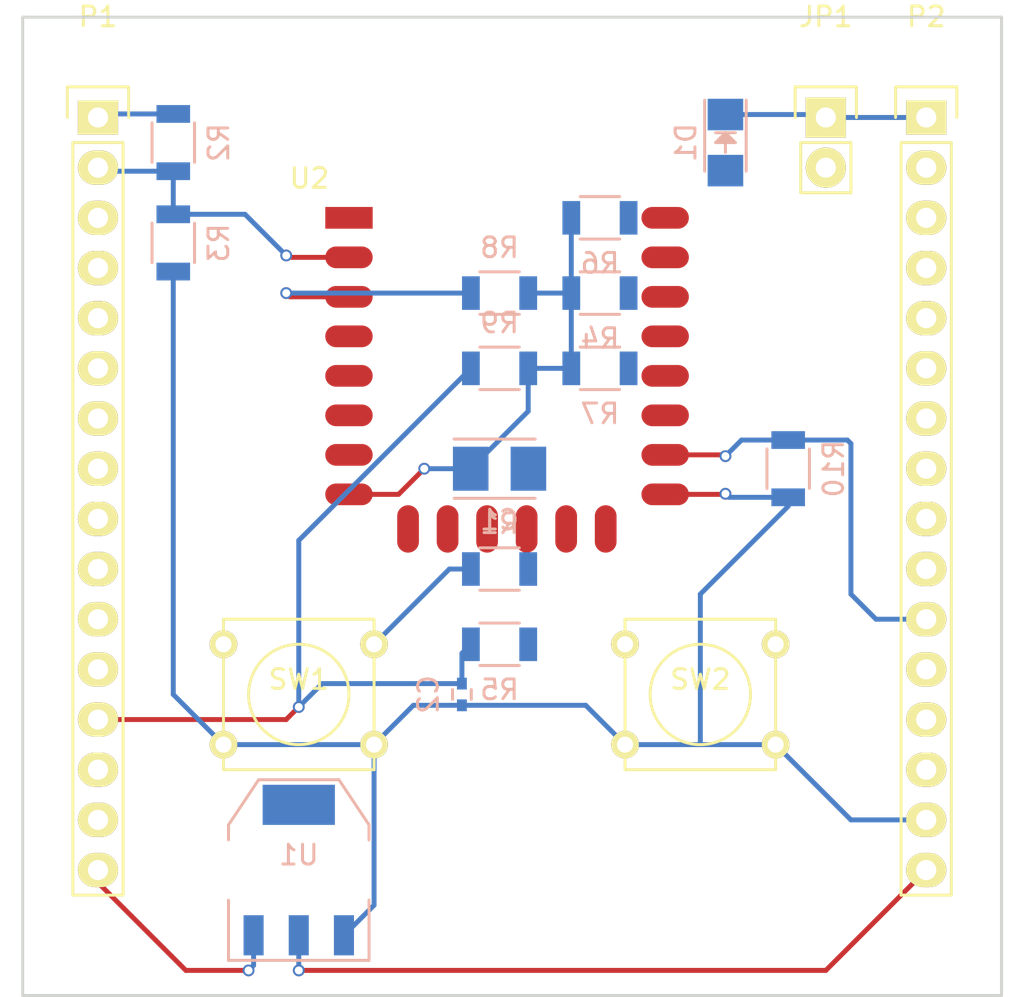
<source format=kicad_pcb>
(kicad_pcb (version 4) (host pcbnew 4.0.1-stable)

  (general
    (links 58)
    (no_connects 28)
    (area 121.891667 68.705 174.018334 119.455001)
    (thickness 1.6)
    (drawings 4)
    (tracks 80)
    (zones 0)
    (modules 20)
    (nets 36)
  )

  (page A4)
  (layers
    (0 F.Cu signal)
    (31 B.Cu signal)
    (32 B.Adhes user)
    (33 F.Adhes user)
    (34 B.Paste user)
    (35 F.Paste user)
    (36 B.SilkS user)
    (37 F.SilkS user)
    (38 B.Mask user)
    (39 F.Mask user)
    (40 Dwgs.User user)
    (41 Cmts.User user)
    (42 Eco1.User user)
    (43 Eco2.User user)
    (44 Edge.Cuts user)
    (45 Margin user)
    (46 B.CrtYd user)
    (47 F.CrtYd user)
    (48 B.Fab user)
    (49 F.Fab user)
  )

  (setup
    (last_trace_width 0.25)
    (trace_clearance 0.2)
    (zone_clearance 0.508)
    (zone_45_only no)
    (trace_min 0.2)
    (segment_width 0.2)
    (edge_width 0.15)
    (via_size 0.6)
    (via_drill 0.4)
    (via_min_size 0.4)
    (via_min_drill 0.3)
    (uvia_size 0.3)
    (uvia_drill 0.1)
    (uvias_allowed no)
    (uvia_min_size 0.2)
    (uvia_min_drill 0.1)
    (pcb_text_width 0.3)
    (pcb_text_size 1.5 1.5)
    (mod_edge_width 0.15)
    (mod_text_size 1 1)
    (mod_text_width 0.15)
    (pad_size 1.524 1.524)
    (pad_drill 0.762)
    (pad_to_mask_clearance 0.2)
    (aux_axis_origin 123.19 119.38)
    (visible_elements FFFFFF7F)
    (pcbplotparams
      (layerselection 0x00030_80000001)
      (usegerberextensions false)
      (excludeedgelayer true)
      (linewidth 0.100000)
      (plotframeref false)
      (viasonmask false)
      (mode 1)
      (useauxorigin false)
      (hpglpennumber 1)
      (hpglpenspeed 20)
      (hpglpendiameter 15)
      (hpglpenoverlay 2)
      (psnegative false)
      (psa4output false)
      (plotreference true)
      (plotvalue true)
      (plotinvisibletext false)
      (padsonsilk false)
      (subtractmaskfromsilk false)
      (outputformat 1)
      (mirror false)
      (drillshape 1)
      (scaleselection 1)
      (outputdirectory ""))
  )

  (net 0 "")
  (net 1 GND)
  (net 2 VCC)
  (net 3 /nRST)
  (net 4 "Net-(D1-Pad2)")
  (net 5 /GPIO16)
  (net 6 "Net-(JP1-Pad2)")
  (net 7 /ADC_EX)
  (net 8 /ADC)
  (net 9 "Net-(P1-Pad3)")
  (net 10 /GPIO10)
  (net 11 /GPIO9)
  (net 12 /SPI_INT)
  (net 13 /SPI_MOSI)
  (net 14 /SPI_MISO)
  (net 15 /SPI_CLK)
  (net 16 "Net-(P1-Pad10)")
  (net 17 "Net-(P1-Pad11)")
  (net 18 /EN)
  (net 19 "Net-(P1-Pad14)")
  (net 20 "Net-(P1-Pad15)")
  (net 21 5V)
  (net 22 /GPIO5)
  (net 23 /GPIO4)
  (net 24 /GPIO0)
  (net 25 /GPIO2)
  (net 26 "Net-(P2-Pad6)")
  (net 27 "Net-(P2-Pad7)")
  (net 28 /GPIO14)
  (net 29 /GPIO12)
  (net 30 /GPIO13)
  (net 31 /GPIO15)
  (net 32 /RXD0)
  (net 33 /TXD0)
  (net 34 "Net-(P2-Pad14)")
  (net 35 "Net-(R1-Pad2)")

  (net_class Default "This is the default net class."
    (clearance 0.2)
    (trace_width 0.25)
    (via_dia 0.6)
    (via_drill 0.4)
    (uvia_dia 0.3)
    (uvia_drill 0.1)
    (add_net /ADC)
    (add_net /ADC_EX)
    (add_net /EN)
    (add_net /GPIO0)
    (add_net /GPIO10)
    (add_net /GPIO12)
    (add_net /GPIO13)
    (add_net /GPIO14)
    (add_net /GPIO15)
    (add_net /GPIO16)
    (add_net /GPIO2)
    (add_net /GPIO4)
    (add_net /GPIO5)
    (add_net /GPIO9)
    (add_net /RXD0)
    (add_net /SPI_CLK)
    (add_net /SPI_INT)
    (add_net /SPI_MISO)
    (add_net /SPI_MOSI)
    (add_net /TXD0)
    (add_net /nRST)
    (add_net 5V)
    (add_net GND)
    (add_net "Net-(D1-Pad2)")
    (add_net "Net-(JP1-Pad2)")
    (add_net "Net-(P1-Pad10)")
    (add_net "Net-(P1-Pad11)")
    (add_net "Net-(P1-Pad14)")
    (add_net "Net-(P1-Pad15)")
    (add_net "Net-(P1-Pad3)")
    (add_net "Net-(P2-Pad14)")
    (add_net "Net-(P2-Pad6)")
    (add_net "Net-(P2-Pad7)")
    (add_net "Net-(R1-Pad2)")
    (add_net VCC)
  )

  (module Resistors_SMD:R_1206 (layer B.Cu) (tedit 5415CFA7) (tstamp 567418DC)
    (at 130.81 81.28 90)
    (descr "Resistor SMD 1206, reflow soldering, Vishay (see dcrcw.pdf)")
    (tags "resistor 1206")
    (path /56737328)
    (attr smd)
    (fp_text reference R3 (at 0 2.3 90) (layer B.SilkS)
      (effects (font (size 1 1) (thickness 0.15)) (justify mirror))
    )
    (fp_text value 100k (at 0 -2.3 90) (layer B.Fab)
      (effects (font (size 1 1) (thickness 0.15)) (justify mirror))
    )
    (fp_line (start -2.2 1.2) (end 2.2 1.2) (layer B.CrtYd) (width 0.05))
    (fp_line (start -2.2 -1.2) (end 2.2 -1.2) (layer B.CrtYd) (width 0.05))
    (fp_line (start -2.2 1.2) (end -2.2 -1.2) (layer B.CrtYd) (width 0.05))
    (fp_line (start 2.2 1.2) (end 2.2 -1.2) (layer B.CrtYd) (width 0.05))
    (fp_line (start 1 -1.075) (end -1 -1.075) (layer B.SilkS) (width 0.15))
    (fp_line (start -1 1.075) (end 1 1.075) (layer B.SilkS) (width 0.15))
    (pad 1 smd rect (at -1.45 0 90) (size 0.9 1.7) (layers B.Cu B.Paste B.Mask)
      (net 1 GND))
    (pad 2 smd rect (at 1.45 0 90) (size 0.9 1.7) (layers B.Cu B.Paste B.Mask)
      (net 8 /ADC))
    (model Resistors_SMD.3dshapes/R_1206.wrl
      (at (xyz 0 0 0))
      (scale (xyz 1 1 1))
      (rotate (xyz 0 0 0))
    )
  )

  (module Capacitors_Tantalum_SMD:TantalC_SizeB_EIA-3528_Reflow (layer B.Cu) (tedit 555EF748) (tstamp 56741890)
    (at 147.32 92.71)
    (descr "Tantal Cap. , Size B, EIA-3528, Reflow")
    (tags "Tantal Capacitor Size-B EIA-3528 Reflow")
    (path /56733C4F)
    (attr smd)
    (fp_text reference C1 (at 0 2.6) (layer B.SilkS)
      (effects (font (size 1 1) (thickness 0.15)) (justify mirror))
    )
    (fp_text value 100uF (at 0 -2.7) (layer B.Fab)
      (effects (font (size 1 1) (thickness 0.15)) (justify mirror))
    )
    (fp_line (start 2.7 1.8) (end -2.7 1.8) (layer B.CrtYd) (width 0.05))
    (fp_line (start -2.7 1.8) (end -2.7 -1.8) (layer B.CrtYd) (width 0.05))
    (fp_line (start -2.7 -1.8) (end 2.7 -1.8) (layer B.CrtYd) (width 0.05))
    (fp_line (start 2.7 -1.8) (end 2.7 1.8) (layer B.CrtYd) (width 0.05))
    (fp_line (start 1.8 -1.5) (end -2.3 -1.5) (layer B.SilkS) (width 0.15))
    (fp_line (start 1.8 1.5) (end -2.3 1.5) (layer B.SilkS) (width 0.15))
    (pad 2 smd rect (at 1.46 0) (size 1.8 2.23) (layers B.Cu B.Paste B.Mask)
      (net 1 GND))
    (pad 1 smd rect (at -1.46 0) (size 1.8 2.23) (layers B.Cu B.Paste B.Mask)
      (net 2 VCC))
    (model Capacitors_Tantalum_SMD.3dshapes/TantalC_SizeB_EIA-3528_Reflow.wrl
      (at (xyz 0 0 0))
      (scale (xyz 1 1 1))
      (rotate (xyz 0 0 180))
    )
  )

  (module Capacitors_SMD:C_0402 (layer B.Cu) (tedit 5415D599) (tstamp 56741896)
    (at 145.415 104.14 270)
    (descr "Capacitor SMD 0402, reflow soldering, AVX (see smccp.pdf)")
    (tags "capacitor 0402")
    (path /56749128)
    (attr smd)
    (fp_text reference C2 (at 0 1.7 270) (layer B.SilkS)
      (effects (font (size 1 1) (thickness 0.15)) (justify mirror))
    )
    (fp_text value 100nF (at 0 -1.7 270) (layer B.Fab)
      (effects (font (size 1 1) (thickness 0.15)) (justify mirror))
    )
    (fp_line (start -1.15 0.6) (end 1.15 0.6) (layer B.CrtYd) (width 0.05))
    (fp_line (start -1.15 -0.6) (end 1.15 -0.6) (layer B.CrtYd) (width 0.05))
    (fp_line (start -1.15 0.6) (end -1.15 -0.6) (layer B.CrtYd) (width 0.05))
    (fp_line (start 1.15 0.6) (end 1.15 -0.6) (layer B.CrtYd) (width 0.05))
    (fp_line (start 0.25 0.475) (end -0.25 0.475) (layer B.SilkS) (width 0.15))
    (fp_line (start -0.25 -0.475) (end 0.25 -0.475) (layer B.SilkS) (width 0.15))
    (pad 1 smd rect (at -0.55 0 270) (size 0.6 0.5) (layers B.Cu B.Paste B.Mask)
      (net 3 /nRST))
    (pad 2 smd rect (at 0.55 0 270) (size 0.6 0.5) (layers B.Cu B.Paste B.Mask)
      (net 1 GND))
    (model Capacitors_SMD.3dshapes/C_0402.wrl
      (at (xyz 0 0 0))
      (scale (xyz 1 1 1))
      (rotate (xyz 0 0 0))
    )
  )

  (module LEDs:LED-1206 (layer B.Cu) (tedit 55BDE2E8) (tstamp 5674189C)
    (at 158.75 76.2 270)
    (descr "LED 1206 smd package")
    (tags "LED1206 SMD")
    (path /56735942)
    (attr smd)
    (fp_text reference D1 (at 0 2 270) (layer B.SilkS)
      (effects (font (size 1 1) (thickness 0.15)) (justify mirror))
    )
    (fp_text value LED (at 0 -2 270) (layer B.Fab)
      (effects (font (size 1 1) (thickness 0.15)) (justify mirror))
    )
    (fp_line (start -2.15 -1.05) (end 1.45 -1.05) (layer B.SilkS) (width 0.15))
    (fp_line (start -2.15 1.05) (end 1.45 1.05) (layer B.SilkS) (width 0.15))
    (fp_line (start -0.1 0.3) (end -0.1 -0.3) (layer B.SilkS) (width 0.15))
    (fp_line (start -0.1 -0.3) (end -0.4 0) (layer B.SilkS) (width 0.15))
    (fp_line (start -0.4 0) (end -0.2 0.2) (layer B.SilkS) (width 0.15))
    (fp_line (start -0.2 0.2) (end -0.2 -0.05) (layer B.SilkS) (width 0.15))
    (fp_line (start -0.2 -0.05) (end -0.25 0) (layer B.SilkS) (width 0.15))
    (fp_line (start -0.5 0.5) (end -0.5 -0.5) (layer B.SilkS) (width 0.15))
    (fp_line (start 0 0) (end 0.5 0) (layer B.SilkS) (width 0.15))
    (fp_line (start -0.5 0) (end 0 0.5) (layer B.SilkS) (width 0.15))
    (fp_line (start 0 0.5) (end 0 -0.5) (layer B.SilkS) (width 0.15))
    (fp_line (start 0 -0.5) (end -0.5 0) (layer B.SilkS) (width 0.15))
    (fp_line (start 2.5 1.25) (end -2.5 1.25) (layer B.CrtYd) (width 0.05))
    (fp_line (start -2.5 1.25) (end -2.5 -1.25) (layer B.CrtYd) (width 0.05))
    (fp_line (start -2.5 -1.25) (end 2.5 -1.25) (layer B.CrtYd) (width 0.05))
    (fp_line (start 2.5 -1.25) (end 2.5 1.25) (layer B.CrtYd) (width 0.05))
    (pad 2 smd rect (at 1.41986 0 90) (size 1.59766 1.80086) (layers B.Cu B.Paste B.Mask)
      (net 4 "Net-(D1-Pad2)"))
    (pad 1 smd rect (at -1.41986 0 90) (size 1.59766 1.80086) (layers B.Cu B.Paste B.Mask)
      (net 5 /GPIO16))
  )

  (module Pin_Headers:Pin_Header_Straight_1x02 (layer F.Cu) (tedit 54EA090C) (tstamp 567418A2)
    (at 163.83 74.93)
    (descr "Through hole pin header")
    (tags "pin header")
    (path /56735C6C)
    (fp_text reference JP1 (at 0 -5.1) (layer F.SilkS)
      (effects (font (size 1 1) (thickness 0.15)))
    )
    (fp_text value Jumper_NO_Small (at 0 -3.1) (layer F.Fab)
      (effects (font (size 1 1) (thickness 0.15)))
    )
    (fp_line (start 1.27 1.27) (end 1.27 3.81) (layer F.SilkS) (width 0.15))
    (fp_line (start 1.55 -1.55) (end 1.55 0) (layer F.SilkS) (width 0.15))
    (fp_line (start -1.75 -1.75) (end -1.75 4.3) (layer F.CrtYd) (width 0.05))
    (fp_line (start 1.75 -1.75) (end 1.75 4.3) (layer F.CrtYd) (width 0.05))
    (fp_line (start -1.75 -1.75) (end 1.75 -1.75) (layer F.CrtYd) (width 0.05))
    (fp_line (start -1.75 4.3) (end 1.75 4.3) (layer F.CrtYd) (width 0.05))
    (fp_line (start 1.27 1.27) (end -1.27 1.27) (layer F.SilkS) (width 0.15))
    (fp_line (start -1.55 0) (end -1.55 -1.55) (layer F.SilkS) (width 0.15))
    (fp_line (start -1.55 -1.55) (end 1.55 -1.55) (layer F.SilkS) (width 0.15))
    (fp_line (start -1.27 1.27) (end -1.27 3.81) (layer F.SilkS) (width 0.15))
    (fp_line (start -1.27 3.81) (end 1.27 3.81) (layer F.SilkS) (width 0.15))
    (pad 1 thru_hole rect (at 0 0) (size 2.032 2.032) (drill 1.016) (layers *.Cu *.Mask F.SilkS)
      (net 5 /GPIO16))
    (pad 2 thru_hole oval (at 0 2.54) (size 2.032 2.032) (drill 1.016) (layers *.Cu *.Mask F.SilkS)
      (net 6 "Net-(JP1-Pad2)"))
    (model Pin_Headers.3dshapes/Pin_Header_Straight_1x02.wrl
      (at (xyz 0 -0.05 0))
      (scale (xyz 1 1 1))
      (rotate (xyz 0 0 90))
    )
  )

  (module Pin_Headers:Pin_Header_Straight_1x16 (layer F.Cu) (tedit 0) (tstamp 567418B6)
    (at 127 74.93)
    (descr "Through hole pin header")
    (tags "pin header")
    (path /5673FA29)
    (fp_text reference P1 (at 0 -5.1) (layer F.SilkS)
      (effects (font (size 1 1) (thickness 0.15)))
    )
    (fp_text value CONN_01X16 (at 0 -3.1) (layer F.Fab)
      (effects (font (size 1 1) (thickness 0.15)))
    )
    (fp_line (start -1.75 -1.75) (end -1.75 39.85) (layer F.CrtYd) (width 0.05))
    (fp_line (start 1.75 -1.75) (end 1.75 39.85) (layer F.CrtYd) (width 0.05))
    (fp_line (start -1.75 -1.75) (end 1.75 -1.75) (layer F.CrtYd) (width 0.05))
    (fp_line (start -1.75 39.85) (end 1.75 39.85) (layer F.CrtYd) (width 0.05))
    (fp_line (start -1.27 1.27) (end -1.27 39.37) (layer F.SilkS) (width 0.15))
    (fp_line (start -1.27 39.37) (end 1.27 39.37) (layer F.SilkS) (width 0.15))
    (fp_line (start 1.27 39.37) (end 1.27 1.27) (layer F.SilkS) (width 0.15))
    (fp_line (start 1.55 -1.55) (end 1.55 0) (layer F.SilkS) (width 0.15))
    (fp_line (start 1.27 1.27) (end -1.27 1.27) (layer F.SilkS) (width 0.15))
    (fp_line (start -1.55 0) (end -1.55 -1.55) (layer F.SilkS) (width 0.15))
    (fp_line (start -1.55 -1.55) (end 1.55 -1.55) (layer F.SilkS) (width 0.15))
    (pad 1 thru_hole rect (at 0 0) (size 2.032 1.7272) (drill 1.016) (layers *.Cu *.Mask F.SilkS)
      (net 7 /ADC_EX))
    (pad 2 thru_hole oval (at 0 2.54) (size 2.032 1.7272) (drill 1.016) (layers *.Cu *.Mask F.SilkS)
      (net 8 /ADC))
    (pad 3 thru_hole oval (at 0 5.08) (size 2.032 1.7272) (drill 1.016) (layers *.Cu *.Mask F.SilkS)
      (net 9 "Net-(P1-Pad3)"))
    (pad 4 thru_hole oval (at 0 7.62) (size 2.032 1.7272) (drill 1.016) (layers *.Cu *.Mask F.SilkS)
      (net 10 /GPIO10))
    (pad 5 thru_hole oval (at 0 10.16) (size 2.032 1.7272) (drill 1.016) (layers *.Cu *.Mask F.SilkS)
      (net 11 /GPIO9))
    (pad 6 thru_hole oval (at 0 12.7) (size 2.032 1.7272) (drill 1.016) (layers *.Cu *.Mask F.SilkS)
      (net 12 /SPI_INT))
    (pad 7 thru_hole oval (at 0 15.24) (size 2.032 1.7272) (drill 1.016) (layers *.Cu *.Mask F.SilkS)
      (net 13 /SPI_MOSI))
    (pad 8 thru_hole oval (at 0 17.78) (size 2.032 1.7272) (drill 1.016) (layers *.Cu *.Mask F.SilkS)
      (net 14 /SPI_MISO))
    (pad 9 thru_hole oval (at 0 20.32) (size 2.032 1.7272) (drill 1.016) (layers *.Cu *.Mask F.SilkS)
      (net 15 /SPI_CLK))
    (pad 10 thru_hole oval (at 0 22.86) (size 2.032 1.7272) (drill 1.016) (layers *.Cu *.Mask F.SilkS)
      (net 16 "Net-(P1-Pad10)"))
    (pad 11 thru_hole oval (at 0 25.4) (size 2.032 1.7272) (drill 1.016) (layers *.Cu *.Mask F.SilkS)
      (net 17 "Net-(P1-Pad11)"))
    (pad 12 thru_hole oval (at 0 27.94) (size 2.032 1.7272) (drill 1.016) (layers *.Cu *.Mask F.SilkS)
      (net 18 /EN))
    (pad 13 thru_hole oval (at 0 30.48) (size 2.032 1.7272) (drill 1.016) (layers *.Cu *.Mask F.SilkS)
      (net 3 /nRST))
    (pad 14 thru_hole oval (at 0 33.02) (size 2.032 1.7272) (drill 1.016) (layers *.Cu *.Mask F.SilkS)
      (net 19 "Net-(P1-Pad14)"))
    (pad 15 thru_hole oval (at 0 35.56) (size 2.032 1.7272) (drill 1.016) (layers *.Cu *.Mask F.SilkS)
      (net 20 "Net-(P1-Pad15)"))
    (pad 16 thru_hole oval (at 0 38.1) (size 2.032 1.7272) (drill 1.016) (layers *.Cu *.Mask F.SilkS)
      (net 21 5V))
    (model Pin_Headers.3dshapes/Pin_Header_Straight_1x16.wrl
      (at (xyz 0 -0.75 0))
      (scale (xyz 1 1 1))
      (rotate (xyz 0 0 90))
    )
  )

  (module Pin_Headers:Pin_Header_Straight_1x16 (layer F.Cu) (tedit 0) (tstamp 567418CA)
    (at 168.91 74.93)
    (descr "Through hole pin header")
    (tags "pin header")
    (path /56746EF2)
    (fp_text reference P2 (at 0 -5.1) (layer F.SilkS)
      (effects (font (size 1 1) (thickness 0.15)))
    )
    (fp_text value CONN_01X16 (at 0 -3.1) (layer F.Fab)
      (effects (font (size 1 1) (thickness 0.15)))
    )
    (fp_line (start -1.75 -1.75) (end -1.75 39.85) (layer F.CrtYd) (width 0.05))
    (fp_line (start 1.75 -1.75) (end 1.75 39.85) (layer F.CrtYd) (width 0.05))
    (fp_line (start -1.75 -1.75) (end 1.75 -1.75) (layer F.CrtYd) (width 0.05))
    (fp_line (start -1.75 39.85) (end 1.75 39.85) (layer F.CrtYd) (width 0.05))
    (fp_line (start -1.27 1.27) (end -1.27 39.37) (layer F.SilkS) (width 0.15))
    (fp_line (start -1.27 39.37) (end 1.27 39.37) (layer F.SilkS) (width 0.15))
    (fp_line (start 1.27 39.37) (end 1.27 1.27) (layer F.SilkS) (width 0.15))
    (fp_line (start 1.55 -1.55) (end 1.55 0) (layer F.SilkS) (width 0.15))
    (fp_line (start 1.27 1.27) (end -1.27 1.27) (layer F.SilkS) (width 0.15))
    (fp_line (start -1.55 0) (end -1.55 -1.55) (layer F.SilkS) (width 0.15))
    (fp_line (start -1.55 -1.55) (end 1.55 -1.55) (layer F.SilkS) (width 0.15))
    (pad 1 thru_hole rect (at 0 0) (size 2.032 1.7272) (drill 1.016) (layers *.Cu *.Mask F.SilkS)
      (net 5 /GPIO16))
    (pad 2 thru_hole oval (at 0 2.54) (size 2.032 1.7272) (drill 1.016) (layers *.Cu *.Mask F.SilkS)
      (net 22 /GPIO5))
    (pad 3 thru_hole oval (at 0 5.08) (size 2.032 1.7272) (drill 1.016) (layers *.Cu *.Mask F.SilkS)
      (net 23 /GPIO4))
    (pad 4 thru_hole oval (at 0 7.62) (size 2.032 1.7272) (drill 1.016) (layers *.Cu *.Mask F.SilkS)
      (net 24 /GPIO0))
    (pad 5 thru_hole oval (at 0 10.16) (size 2.032 1.7272) (drill 1.016) (layers *.Cu *.Mask F.SilkS)
      (net 25 /GPIO2))
    (pad 6 thru_hole oval (at 0 12.7) (size 2.032 1.7272) (drill 1.016) (layers *.Cu *.Mask F.SilkS)
      (net 26 "Net-(P2-Pad6)"))
    (pad 7 thru_hole oval (at 0 15.24) (size 2.032 1.7272) (drill 1.016) (layers *.Cu *.Mask F.SilkS)
      (net 27 "Net-(P2-Pad7)"))
    (pad 8 thru_hole oval (at 0 17.78) (size 2.032 1.7272) (drill 1.016) (layers *.Cu *.Mask F.SilkS)
      (net 28 /GPIO14))
    (pad 9 thru_hole oval (at 0 20.32) (size 2.032 1.7272) (drill 1.016) (layers *.Cu *.Mask F.SilkS)
      (net 29 /GPIO12))
    (pad 10 thru_hole oval (at 0 22.86) (size 2.032 1.7272) (drill 1.016) (layers *.Cu *.Mask F.SilkS)
      (net 30 /GPIO13))
    (pad 11 thru_hole oval (at 0 25.4) (size 2.032 1.7272) (drill 1.016) (layers *.Cu *.Mask F.SilkS)
      (net 31 /GPIO15))
    (pad 12 thru_hole oval (at 0 27.94) (size 2.032 1.7272) (drill 1.016) (layers *.Cu *.Mask F.SilkS)
      (net 32 /RXD0))
    (pad 13 thru_hole oval (at 0 30.48) (size 2.032 1.7272) (drill 1.016) (layers *.Cu *.Mask F.SilkS)
      (net 33 /TXD0))
    (pad 14 thru_hole oval (at 0 33.02) (size 2.032 1.7272) (drill 1.016) (layers *.Cu *.Mask F.SilkS)
      (net 34 "Net-(P2-Pad14)"))
    (pad 15 thru_hole oval (at 0 35.56) (size 2.032 1.7272) (drill 1.016) (layers *.Cu *.Mask F.SilkS)
      (net 1 GND))
    (pad 16 thru_hole oval (at 0 38.1) (size 2.032 1.7272) (drill 1.016) (layers *.Cu *.Mask F.SilkS)
      (net 2 VCC))
    (model Pin_Headers.3dshapes/Pin_Header_Straight_1x16.wrl
      (at (xyz 0 -0.75 0))
      (scale (xyz 1 1 1))
      (rotate (xyz 0 0 90))
    )
  )

  (module Resistors_SMD:R_1206 (layer B.Cu) (tedit 5415CFA7) (tstamp 567418D0)
    (at 147.32 97.79 180)
    (descr "Resistor SMD 1206, reflow soldering, Vishay (see dcrcw.pdf)")
    (tags "resistor 1206")
    (path /56734BDB)
    (attr smd)
    (fp_text reference R1 (at 0 2.3 180) (layer B.SilkS)
      (effects (font (size 1 1) (thickness 0.15)) (justify mirror))
    )
    (fp_text value 470 (at 0 -2.3 180) (layer B.Fab)
      (effects (font (size 1 1) (thickness 0.15)) (justify mirror))
    )
    (fp_line (start -2.2 1.2) (end 2.2 1.2) (layer B.CrtYd) (width 0.05))
    (fp_line (start -2.2 -1.2) (end 2.2 -1.2) (layer B.CrtYd) (width 0.05))
    (fp_line (start -2.2 1.2) (end -2.2 -1.2) (layer B.CrtYd) (width 0.05))
    (fp_line (start 2.2 1.2) (end 2.2 -1.2) (layer B.CrtYd) (width 0.05))
    (fp_line (start 1 -1.075) (end -1 -1.075) (layer B.SilkS) (width 0.15))
    (fp_line (start -1 1.075) (end 1 1.075) (layer B.SilkS) (width 0.15))
    (pad 1 smd rect (at -1.45 0 180) (size 0.9 1.7) (layers B.Cu B.Paste B.Mask)
      (net 24 /GPIO0))
    (pad 2 smd rect (at 1.45 0 180) (size 0.9 1.7) (layers B.Cu B.Paste B.Mask)
      (net 35 "Net-(R1-Pad2)"))
    (model Resistors_SMD.3dshapes/R_1206.wrl
      (at (xyz 0 0 0))
      (scale (xyz 1 1 1))
      (rotate (xyz 0 0 0))
    )
  )

  (module Resistors_SMD:R_1206 (layer B.Cu) (tedit 5415CFA7) (tstamp 567418D6)
    (at 130.81 76.2 90)
    (descr "Resistor SMD 1206, reflow soldering, Vishay (see dcrcw.pdf)")
    (tags "resistor 1206")
    (path /56737203)
    (attr smd)
    (fp_text reference R2 (at 0 2.3 90) (layer B.SilkS)
      (effects (font (size 1 1) (thickness 0.15)) (justify mirror))
    )
    (fp_text value 220k (at 0 -2.3 90) (layer B.Fab)
      (effects (font (size 1 1) (thickness 0.15)) (justify mirror))
    )
    (fp_line (start -2.2 1.2) (end 2.2 1.2) (layer B.CrtYd) (width 0.05))
    (fp_line (start -2.2 -1.2) (end 2.2 -1.2) (layer B.CrtYd) (width 0.05))
    (fp_line (start -2.2 1.2) (end -2.2 -1.2) (layer B.CrtYd) (width 0.05))
    (fp_line (start 2.2 1.2) (end 2.2 -1.2) (layer B.CrtYd) (width 0.05))
    (fp_line (start 1 -1.075) (end -1 -1.075) (layer B.SilkS) (width 0.15))
    (fp_line (start -1 1.075) (end 1 1.075) (layer B.SilkS) (width 0.15))
    (pad 1 smd rect (at -1.45 0 90) (size 0.9 1.7) (layers B.Cu B.Paste B.Mask)
      (net 8 /ADC))
    (pad 2 smd rect (at 1.45 0 90) (size 0.9 1.7) (layers B.Cu B.Paste B.Mask)
      (net 7 /ADC_EX))
    (model Resistors_SMD.3dshapes/R_1206.wrl
      (at (xyz 0 0 0))
      (scale (xyz 1 1 1))
      (rotate (xyz 0 0 0))
    )
  )

  (module Resistors_SMD:R_1206 (layer B.Cu) (tedit 5415CFA7) (tstamp 567418E2)
    (at 152.4 83.82)
    (descr "Resistor SMD 1206, reflow soldering, Vishay (see dcrcw.pdf)")
    (tags "resistor 1206")
    (path /567358C8)
    (attr smd)
    (fp_text reference R4 (at 0 2.3) (layer B.SilkS)
      (effects (font (size 1 1) (thickness 0.15)) (justify mirror))
    )
    (fp_text value 470 (at 0 -2.3) (layer B.Fab)
      (effects (font (size 1 1) (thickness 0.15)) (justify mirror))
    )
    (fp_line (start -2.2 1.2) (end 2.2 1.2) (layer B.CrtYd) (width 0.05))
    (fp_line (start -2.2 -1.2) (end 2.2 -1.2) (layer B.CrtYd) (width 0.05))
    (fp_line (start -2.2 1.2) (end -2.2 -1.2) (layer B.CrtYd) (width 0.05))
    (fp_line (start 2.2 1.2) (end 2.2 -1.2) (layer B.CrtYd) (width 0.05))
    (fp_line (start 1 -1.075) (end -1 -1.075) (layer B.SilkS) (width 0.15))
    (fp_line (start -1 1.075) (end 1 1.075) (layer B.SilkS) (width 0.15))
    (pad 1 smd rect (at -1.45 0) (size 0.9 1.7) (layers B.Cu B.Paste B.Mask)
      (net 2 VCC))
    (pad 2 smd rect (at 1.45 0) (size 0.9 1.7) (layers B.Cu B.Paste B.Mask)
      (net 4 "Net-(D1-Pad2)"))
    (model Resistors_SMD.3dshapes/R_1206.wrl
      (at (xyz 0 0 0))
      (scale (xyz 1 1 1))
      (rotate (xyz 0 0 0))
    )
  )

  (module Resistors_SMD:R_1206 (layer B.Cu) (tedit 5415CFA7) (tstamp 567418E8)
    (at 147.32 101.6)
    (descr "Resistor SMD 1206, reflow soldering, Vishay (see dcrcw.pdf)")
    (tags "resistor 1206")
    (path /56736191)
    (attr smd)
    (fp_text reference R5 (at 0 2.3) (layer B.SilkS)
      (effects (font (size 1 1) (thickness 0.15)) (justify mirror))
    )
    (fp_text value 470 (at 0 -2.3) (layer B.Fab)
      (effects (font (size 1 1) (thickness 0.15)) (justify mirror))
    )
    (fp_line (start -2.2 1.2) (end 2.2 1.2) (layer B.CrtYd) (width 0.05))
    (fp_line (start -2.2 -1.2) (end 2.2 -1.2) (layer B.CrtYd) (width 0.05))
    (fp_line (start -2.2 1.2) (end -2.2 -1.2) (layer B.CrtYd) (width 0.05))
    (fp_line (start 2.2 1.2) (end 2.2 -1.2) (layer B.CrtYd) (width 0.05))
    (fp_line (start 1 -1.075) (end -1 -1.075) (layer B.SilkS) (width 0.15))
    (fp_line (start -1 1.075) (end 1 1.075) (layer B.SilkS) (width 0.15))
    (pad 1 smd rect (at -1.45 0) (size 0.9 1.7) (layers B.Cu B.Paste B.Mask)
      (net 3 /nRST))
    (pad 2 smd rect (at 1.45 0) (size 0.9 1.7) (layers B.Cu B.Paste B.Mask)
      (net 6 "Net-(JP1-Pad2)"))
    (model Resistors_SMD.3dshapes/R_1206.wrl
      (at (xyz 0 0 0))
      (scale (xyz 1 1 1))
      (rotate (xyz 0 0 0))
    )
  )

  (module Resistors_SMD:R_1206 (layer B.Cu) (tedit 5415CFA7) (tstamp 567418EE)
    (at 152.4 80.01)
    (descr "Resistor SMD 1206, reflow soldering, Vishay (see dcrcw.pdf)")
    (tags "resistor 1206")
    (path /5673210D)
    (attr smd)
    (fp_text reference R6 (at 0 2.3) (layer B.SilkS)
      (effects (font (size 1 1) (thickness 0.15)) (justify mirror))
    )
    (fp_text value 12k (at 0 -2.3) (layer B.Fab)
      (effects (font (size 1 1) (thickness 0.15)) (justify mirror))
    )
    (fp_line (start -2.2 1.2) (end 2.2 1.2) (layer B.CrtYd) (width 0.05))
    (fp_line (start -2.2 -1.2) (end 2.2 -1.2) (layer B.CrtYd) (width 0.05))
    (fp_line (start -2.2 1.2) (end -2.2 -1.2) (layer B.CrtYd) (width 0.05))
    (fp_line (start 2.2 1.2) (end 2.2 -1.2) (layer B.CrtYd) (width 0.05))
    (fp_line (start 1 -1.075) (end -1 -1.075) (layer B.SilkS) (width 0.15))
    (fp_line (start -1 1.075) (end 1 1.075) (layer B.SilkS) (width 0.15))
    (pad 1 smd rect (at -1.45 0) (size 0.9 1.7) (layers B.Cu B.Paste B.Mask)
      (net 2 VCC))
    (pad 2 smd rect (at 1.45 0) (size 0.9 1.7) (layers B.Cu B.Paste B.Mask)
      (net 24 /GPIO0))
    (model Resistors_SMD.3dshapes/R_1206.wrl
      (at (xyz 0 0 0))
      (scale (xyz 1 1 1))
      (rotate (xyz 0 0 0))
    )
  )

  (module Resistors_SMD:R_1206 (layer B.Cu) (tedit 5415CFA7) (tstamp 567418F4)
    (at 152.4 87.63)
    (descr "Resistor SMD 1206, reflow soldering, Vishay (see dcrcw.pdf)")
    (tags "resistor 1206")
    (path /5673228D)
    (attr smd)
    (fp_text reference R7 (at 0 2.3) (layer B.SilkS)
      (effects (font (size 1 1) (thickness 0.15)) (justify mirror))
    )
    (fp_text value 12k (at 0 -2.3) (layer B.Fab)
      (effects (font (size 1 1) (thickness 0.15)) (justify mirror))
    )
    (fp_line (start -2.2 1.2) (end 2.2 1.2) (layer B.CrtYd) (width 0.05))
    (fp_line (start -2.2 -1.2) (end 2.2 -1.2) (layer B.CrtYd) (width 0.05))
    (fp_line (start -2.2 1.2) (end -2.2 -1.2) (layer B.CrtYd) (width 0.05))
    (fp_line (start 2.2 1.2) (end 2.2 -1.2) (layer B.CrtYd) (width 0.05))
    (fp_line (start 1 -1.075) (end -1 -1.075) (layer B.SilkS) (width 0.15))
    (fp_line (start -1 1.075) (end 1 1.075) (layer B.SilkS) (width 0.15))
    (pad 1 smd rect (at -1.45 0) (size 0.9 1.7) (layers B.Cu B.Paste B.Mask)
      (net 2 VCC))
    (pad 2 smd rect (at 1.45 0) (size 0.9 1.7) (layers B.Cu B.Paste B.Mask)
      (net 25 /GPIO2))
    (model Resistors_SMD.3dshapes/R_1206.wrl
      (at (xyz 0 0 0))
      (scale (xyz 1 1 1))
      (rotate (xyz 0 0 0))
    )
  )

  (module Resistors_SMD:R_1206 (layer B.Cu) (tedit 5415CFA7) (tstamp 567418FA)
    (at 147.32 83.82 180)
    (descr "Resistor SMD 1206, reflow soldering, Vishay (see dcrcw.pdf)")
    (tags "resistor 1206")
    (path /567322B5)
    (attr smd)
    (fp_text reference R8 (at 0 2.3 180) (layer B.SilkS)
      (effects (font (size 1 1) (thickness 0.15)) (justify mirror))
    )
    (fp_text value 12k (at 0 -2.3 180) (layer B.Fab)
      (effects (font (size 1 1) (thickness 0.15)) (justify mirror))
    )
    (fp_line (start -2.2 1.2) (end 2.2 1.2) (layer B.CrtYd) (width 0.05))
    (fp_line (start -2.2 -1.2) (end 2.2 -1.2) (layer B.CrtYd) (width 0.05))
    (fp_line (start -2.2 1.2) (end -2.2 -1.2) (layer B.CrtYd) (width 0.05))
    (fp_line (start 2.2 1.2) (end 2.2 -1.2) (layer B.CrtYd) (width 0.05))
    (fp_line (start 1 -1.075) (end -1 -1.075) (layer B.SilkS) (width 0.15))
    (fp_line (start -1 1.075) (end 1 1.075) (layer B.SilkS) (width 0.15))
    (pad 1 smd rect (at -1.45 0 180) (size 0.9 1.7) (layers B.Cu B.Paste B.Mask)
      (net 2 VCC))
    (pad 2 smd rect (at 1.45 0 180) (size 0.9 1.7) (layers B.Cu B.Paste B.Mask)
      (net 18 /EN))
    (model Resistors_SMD.3dshapes/R_1206.wrl
      (at (xyz 0 0 0))
      (scale (xyz 1 1 1))
      (rotate (xyz 0 0 0))
    )
  )

  (module Resistors_SMD:R_1206 (layer B.Cu) (tedit 5415CFA7) (tstamp 56741900)
    (at 147.32 87.63 180)
    (descr "Resistor SMD 1206, reflow soldering, Vishay (see dcrcw.pdf)")
    (tags "resistor 1206")
    (path /567322DF)
    (attr smd)
    (fp_text reference R9 (at 0 2.3 180) (layer B.SilkS)
      (effects (font (size 1 1) (thickness 0.15)) (justify mirror))
    )
    (fp_text value 12k (at 0 -2.3 180) (layer B.Fab)
      (effects (font (size 1 1) (thickness 0.15)) (justify mirror))
    )
    (fp_line (start -2.2 1.2) (end 2.2 1.2) (layer B.CrtYd) (width 0.05))
    (fp_line (start -2.2 -1.2) (end 2.2 -1.2) (layer B.CrtYd) (width 0.05))
    (fp_line (start -2.2 1.2) (end -2.2 -1.2) (layer B.CrtYd) (width 0.05))
    (fp_line (start 2.2 1.2) (end 2.2 -1.2) (layer B.CrtYd) (width 0.05))
    (fp_line (start 1 -1.075) (end -1 -1.075) (layer B.SilkS) (width 0.15))
    (fp_line (start -1 1.075) (end 1 1.075) (layer B.SilkS) (width 0.15))
    (pad 1 smd rect (at -1.45 0 180) (size 0.9 1.7) (layers B.Cu B.Paste B.Mask)
      (net 2 VCC))
    (pad 2 smd rect (at 1.45 0 180) (size 0.9 1.7) (layers B.Cu B.Paste B.Mask)
      (net 3 /nRST))
    (model Resistors_SMD.3dshapes/R_1206.wrl
      (at (xyz 0 0 0))
      (scale (xyz 1 1 1))
      (rotate (xyz 0 0 0))
    )
  )

  (module Resistors_SMD:R_1206 (layer B.Cu) (tedit 5415CFA7) (tstamp 56741906)
    (at 161.925 92.71 90)
    (descr "Resistor SMD 1206, reflow soldering, Vishay (see dcrcw.pdf)")
    (tags "resistor 1206")
    (path /56732309)
    (attr smd)
    (fp_text reference R10 (at 0 2.3 90) (layer B.SilkS)
      (effects (font (size 1 1) (thickness 0.15)) (justify mirror))
    )
    (fp_text value 12k (at 0 -2.3 90) (layer B.Fab)
      (effects (font (size 1 1) (thickness 0.15)) (justify mirror))
    )
    (fp_line (start -2.2 1.2) (end 2.2 1.2) (layer B.CrtYd) (width 0.05))
    (fp_line (start -2.2 -1.2) (end 2.2 -1.2) (layer B.CrtYd) (width 0.05))
    (fp_line (start -2.2 1.2) (end -2.2 -1.2) (layer B.CrtYd) (width 0.05))
    (fp_line (start 2.2 1.2) (end 2.2 -1.2) (layer B.CrtYd) (width 0.05))
    (fp_line (start 1 -1.075) (end -1 -1.075) (layer B.SilkS) (width 0.15))
    (fp_line (start -1 1.075) (end 1 1.075) (layer B.SilkS) (width 0.15))
    (pad 1 smd rect (at -1.45 0 90) (size 0.9 1.7) (layers B.Cu B.Paste B.Mask)
      (net 1 GND))
    (pad 2 smd rect (at 1.45 0 90) (size 0.9 1.7) (layers B.Cu B.Paste B.Mask)
      (net 31 /GPIO15))
    (model Resistors_SMD.3dshapes/R_1206.wrl
      (at (xyz 0 0 0))
      (scale (xyz 1 1 1))
      (rotate (xyz 0 0 0))
    )
  )

  (module TO_SOT_Packages_SMD:SOT-223 (layer B.Cu) (tedit 0) (tstamp 5674191E)
    (at 137.16 113.03 180)
    (descr "module CMS SOT223 4 pins")
    (tags "CMS SOT")
    (path /567080CF)
    (attr smd)
    (fp_text reference U1 (at 0 0.762 180) (layer B.SilkS)
      (effects (font (size 1 1) (thickness 0.15)) (justify mirror))
    )
    (fp_text value NCP1117ST33T3G (at 0 -0.762 180) (layer B.Fab)
      (effects (font (size 1 1) (thickness 0.15)) (justify mirror))
    )
    (fp_line (start -3.556 -1.524) (end -3.556 -4.572) (layer B.SilkS) (width 0.15))
    (fp_line (start -3.556 -4.572) (end 3.556 -4.572) (layer B.SilkS) (width 0.15))
    (fp_line (start 3.556 -4.572) (end 3.556 -1.524) (layer B.SilkS) (width 0.15))
    (fp_line (start -3.556 1.524) (end -3.556 2.286) (layer B.SilkS) (width 0.15))
    (fp_line (start -3.556 2.286) (end -2.032 4.572) (layer B.SilkS) (width 0.15))
    (fp_line (start -2.032 4.572) (end 2.032 4.572) (layer B.SilkS) (width 0.15))
    (fp_line (start 2.032 4.572) (end 3.556 2.286) (layer B.SilkS) (width 0.15))
    (fp_line (start 3.556 2.286) (end 3.556 1.524) (layer B.SilkS) (width 0.15))
    (pad 4 smd rect (at 0 3.302 180) (size 3.6576 2.032) (layers B.Cu B.Paste B.Mask))
    (pad 2 smd rect (at 0 -3.302 180) (size 1.016 2.032) (layers B.Cu B.Paste B.Mask)
      (net 2 VCC))
    (pad 3 smd rect (at 2.286 -3.302 180) (size 1.016 2.032) (layers B.Cu B.Paste B.Mask)
      (net 21 5V))
    (pad 1 smd rect (at -2.286 -3.302 180) (size 1.016 2.032) (layers B.Cu B.Paste B.Mask)
      (net 1 GND))
    (model TO_SOT_Packages_SMD.3dshapes/SOT-223.wrl
      (at (xyz 0 0 0))
      (scale (xyz 0.4 0.4 0.4))
      (rotate (xyz 0 0 0))
    )
  )

  (module ESP8266:ESP-12E (layer F.Cu) (tedit 559F8D21) (tstamp 56741938)
    (at 139.7 80.01)
    (descr "Module, ESP-8266, ESP-12, 16 pad, SMD")
    (tags "Module ESP-8266 ESP8266")
    (path /56707908)
    (fp_text reference U2 (at -2 -2) (layer F.SilkS)
      (effects (font (size 1 1) (thickness 0.15)))
    )
    (fp_text value ESP-12E (at 8 1) (layer F.Fab)
      (effects (font (size 1 1) (thickness 0.15)))
    )
    (fp_line (start 16 -8.4) (end 0 -2.6) (layer F.CrtYd) (width 0.1524))
    (fp_line (start 0 -8.4) (end 16 -2.6) (layer F.CrtYd) (width 0.1524))
    (fp_text user "No Copper" (at 7.9 -5.4) (layer F.CrtYd)
      (effects (font (size 1 1) (thickness 0.15)))
    )
    (fp_line (start 0 -8.4) (end 0 -2.6) (layer F.CrtYd) (width 0.1524))
    (fp_line (start 0 -2.6) (end 16 -2.6) (layer F.CrtYd) (width 0.1524))
    (fp_line (start 16 -2.6) (end 16 -8.4) (layer F.CrtYd) (width 0.1524))
    (fp_line (start 16 -8.4) (end 0 -8.4) (layer F.CrtYd) (width 0.1524))
    (fp_line (start 16 -8.4) (end 16 15.6) (layer F.Fab) (width 0.1524))
    (fp_line (start 16 15.6) (end 0 15.6) (layer F.Fab) (width 0.1524))
    (fp_line (start 0 15.6) (end 0 -8.4) (layer F.Fab) (width 0.1524))
    (fp_line (start 0 -8.4) (end 16 -8.4) (layer F.Fab) (width 0.1524))
    (pad 9 smd oval (at 2.99 15.75 90) (size 2.4 1.1) (layers F.Cu F.Paste F.Mask)
      (net 13 /SPI_MOSI))
    (pad 10 smd oval (at 4.99 15.75 90) (size 2.4 1.1) (layers F.Cu F.Paste F.Mask)
      (net 14 /SPI_MISO))
    (pad 11 smd oval (at 6.99 15.75 90) (size 2.4 1.1) (layers F.Cu F.Paste F.Mask)
      (net 11 /GPIO9))
    (pad 12 smd oval (at 8.99 15.75 90) (size 2.4 1.1) (layers F.Cu F.Paste F.Mask)
      (net 10 /GPIO10))
    (pad 13 smd oval (at 10.99 15.75 90) (size 2.4 1.1) (layers F.Cu F.Paste F.Mask)
      (net 12 /SPI_INT))
    (pad 14 smd oval (at 12.99 15.75 90) (size 2.4 1.1) (layers F.Cu F.Paste F.Mask)
      (net 15 /SPI_CLK))
    (pad 1 smd rect (at 0 0) (size 2.4 1.1) (layers F.Cu F.Paste F.Mask)
      (net 3 /nRST))
    (pad 2 smd oval (at 0 2) (size 2.4 1.1) (layers F.Cu F.Paste F.Mask)
      (net 8 /ADC))
    (pad 3 smd oval (at 0 4) (size 2.4 1.1) (layers F.Cu F.Paste F.Mask)
      (net 18 /EN))
    (pad 4 smd oval (at 0 6) (size 2.4 1.1) (layers F.Cu F.Paste F.Mask)
      (net 5 /GPIO16))
    (pad 5 smd oval (at 0 8) (size 2.4 1.1) (layers F.Cu F.Paste F.Mask)
      (net 28 /GPIO14))
    (pad 6 smd oval (at 0 10) (size 2.4 1.1) (layers F.Cu F.Paste F.Mask)
      (net 29 /GPIO12))
    (pad 7 smd oval (at 0 12) (size 2.4 1.1) (layers F.Cu F.Paste F.Mask)
      (net 30 /GPIO13))
    (pad 8 smd oval (at 0 14) (size 2.4 1.1) (layers F.Cu F.Paste F.Mask)
      (net 2 VCC))
    (pad 15 smd oval (at 16 14) (size 2.4 1.1) (layers F.Cu F.Paste F.Mask)
      (net 1 GND))
    (pad 16 smd oval (at 16 12) (size 2.4 1.1) (layers F.Cu F.Paste F.Mask)
      (net 31 /GPIO15))
    (pad 17 smd oval (at 16 10) (size 2.4 1.1) (layers F.Cu F.Paste F.Mask)
      (net 25 /GPIO2))
    (pad 18 smd oval (at 16 8) (size 2.4 1.1) (layers F.Cu F.Paste F.Mask)
      (net 24 /GPIO0))
    (pad 19 smd oval (at 16 6) (size 2.4 1.1) (layers F.Cu F.Paste F.Mask)
      (net 23 /GPIO4))
    (pad 20 smd oval (at 16 4) (size 2.4 1.1) (layers F.Cu F.Paste F.Mask)
      (net 22 /GPIO5))
    (pad 21 smd oval (at 16 2) (size 2.4 1.1) (layers F.Cu F.Paste F.Mask)
      (net 32 /RXD0))
    (pad 22 smd oval (at 16 0) (size 2.4 1.1) (layers F.Cu F.Paste F.Mask)
      (net 33 /TXD0))
  )

  (module Buttons_Switches_ThroughHole:SW_PUSH_SMALL (layer F.Cu) (tedit 0) (tstamp 56743175)
    (at 137.16 104.14)
    (path /56734DC4)
    (fp_text reference SW1 (at 0 -0.762) (layer F.SilkS)
      (effects (font (size 1 1) (thickness 0.15)))
    )
    (fp_text value KEY_FLASH (at 0 1.016) (layer F.Fab)
      (effects (font (size 1 1) (thickness 0.15)))
    )
    (fp_circle (center 0 0) (end 0 -2.54) (layer F.SilkS) (width 0.15))
    (fp_line (start -3.81 -3.81) (end 3.81 -3.81) (layer F.SilkS) (width 0.15))
    (fp_line (start 3.81 -3.81) (end 3.81 3.81) (layer F.SilkS) (width 0.15))
    (fp_line (start 3.81 3.81) (end -3.81 3.81) (layer F.SilkS) (width 0.15))
    (fp_line (start -3.81 -3.81) (end -3.81 3.81) (layer F.SilkS) (width 0.15))
    (pad 1 thru_hole circle (at 3.81 -2.54) (size 1.397 1.397) (drill 0.8128) (layers *.Cu *.Mask F.SilkS)
      (net 35 "Net-(R1-Pad2)"))
    (pad 2 thru_hole circle (at 3.81 2.54) (size 1.397 1.397) (drill 0.8128) (layers *.Cu *.Mask F.SilkS)
      (net 1 GND))
    (pad 1 thru_hole circle (at -3.81 -2.54) (size 1.397 1.397) (drill 0.8128) (layers *.Cu *.Mask F.SilkS)
      (net 35 "Net-(R1-Pad2)"))
    (pad 2 thru_hole circle (at -3.81 2.54) (size 1.397 1.397) (drill 0.8128) (layers *.Cu *.Mask F.SilkS)
      (net 1 GND))
  )

  (module Buttons_Switches_ThroughHole:SW_PUSH_SMALL (layer F.Cu) (tedit 0) (tstamp 5674317C)
    (at 157.48 104.14)
    (path /5673650D)
    (fp_text reference SW2 (at 0 -0.762) (layer F.SilkS)
      (effects (font (size 1 1) (thickness 0.15)))
    )
    (fp_text value KEY_RST (at 0 1.016) (layer F.Fab)
      (effects (font (size 1 1) (thickness 0.15)))
    )
    (fp_circle (center 0 0) (end 0 -2.54) (layer F.SilkS) (width 0.15))
    (fp_line (start -3.81 -3.81) (end 3.81 -3.81) (layer F.SilkS) (width 0.15))
    (fp_line (start 3.81 -3.81) (end 3.81 3.81) (layer F.SilkS) (width 0.15))
    (fp_line (start 3.81 3.81) (end -3.81 3.81) (layer F.SilkS) (width 0.15))
    (fp_line (start -3.81 -3.81) (end -3.81 3.81) (layer F.SilkS) (width 0.15))
    (pad 1 thru_hole circle (at 3.81 -2.54) (size 1.397 1.397) (drill 0.8128) (layers *.Cu *.Mask F.SilkS)
      (net 6 "Net-(JP1-Pad2)"))
    (pad 2 thru_hole circle (at 3.81 2.54) (size 1.397 1.397) (drill 0.8128) (layers *.Cu *.Mask F.SilkS)
      (net 1 GND))
    (pad 1 thru_hole circle (at -3.81 -2.54) (size 1.397 1.397) (drill 0.8128) (layers *.Cu *.Mask F.SilkS)
      (net 6 "Net-(JP1-Pad2)"))
    (pad 2 thru_hole circle (at -3.81 2.54) (size 1.397 1.397) (drill 0.8128) (layers *.Cu *.Mask F.SilkS)
      (net 1 GND))
  )

  (gr_line (start 172.72 119.38) (end 123.19 119.38) (angle 90) (layer Edge.Cuts) (width 0.15))
  (gr_line (start 172.72 69.85) (end 172.72 119.38) (angle 90) (layer Edge.Cuts) (width 0.15))
  (gr_line (start 123.19 69.85) (end 172.72 69.85) (angle 90) (layer Edge.Cuts) (width 0.15))
  (gr_line (start 123.19 119.38) (end 123.19 69.85) (angle 90) (layer Edge.Cuts) (width 0.15))

  (segment (start 161.925 94.16) (end 161.925 94.615) (width 0.25) (layer B.Cu) (net 1) (status 400000))
  (segment (start 157.48 99.06) (end 157.48 106.68) (width 0.25) (layer B.Cu) (net 1) (tstamp 56743C36))
  (segment (start 161.925 94.615) (end 157.48 99.06) (width 0.25) (layer B.Cu) (net 1) (tstamp 56743C1F))
  (segment (start 161.925 94.16) (end 158.93 94.16) (width 0.25) (layer B.Cu) (net 1))
  (segment (start 158.72 94.01) (end 155.7 94.01) (width 0.25) (layer F.Cu) (net 1) (tstamp 5674396E))
  (segment (start 158.75 93.98) (end 158.72 94.01) (width 0.25) (layer F.Cu) (net 1) (tstamp 5674396D))
  (via (at 158.75 93.98) (size 0.6) (drill 0.4) (layers F.Cu B.Cu) (net 1))
  (segment (start 158.93 94.16) (end 158.75 93.98) (width 0.25) (layer B.Cu) (net 1) (tstamp 5674396B))
  (segment (start 145.415 104.69) (end 142.96 104.69) (width 0.25) (layer B.Cu) (net 1))
  (segment (start 142.96 104.69) (end 140.97 106.68) (width 0.25) (layer B.Cu) (net 1) (tstamp 567438AD))
  (segment (start 145.415 104.69) (end 151.68 104.69) (width 0.25) (layer B.Cu) (net 1))
  (segment (start 151.68 104.69) (end 153.67 106.68) (width 0.25) (layer B.Cu) (net 1) (tstamp 567438A9))
  (segment (start 153.67 106.68) (end 157.48 106.68) (width 0.25) (layer B.Cu) (net 1))
  (segment (start 157.48 106.68) (end 161.29 106.68) (width 0.25) (layer B.Cu) (net 1) (tstamp 56743C3A))
  (segment (start 161.29 106.68) (end 165.1 110.49) (width 0.25) (layer B.Cu) (net 1) (tstamp 567436EC))
  (segment (start 165.1 110.49) (end 168.91 110.49) (width 0.25) (layer B.Cu) (net 1) (tstamp 567436ED))
  (segment (start 140.97 106.68) (end 140.97 114.808) (width 0.25) (layer B.Cu) (net 1))
  (segment (start 140.97 114.808) (end 139.446 116.332) (width 0.25) (layer B.Cu) (net 1) (tstamp 56743683))
  (segment (start 145.5 104.775) (end 145.415 104.69) (width 0.25) (layer B.Cu) (net 1) (tstamp 56743673) (status 30))
  (segment (start 133.35 106.68) (end 140.97 106.68) (width 0.25) (layer B.Cu) (net 1))
  (segment (start 130.81 82.73) (end 130.81 104.14) (width 0.25) (layer B.Cu) (net 1))
  (segment (start 130.81 104.14) (end 133.35 106.68) (width 0.25) (layer B.Cu) (net 1) (tstamp 5674360F))
  (segment (start 145.86 92.71) (end 143.51 92.71) (width 0.25) (layer B.Cu) (net 2))
  (segment (start 142.21 94.01) (end 139.7 94.01) (width 0.25) (layer F.Cu) (net 2) (tstamp 567439CA))
  (segment (start 143.51 92.71) (end 142.21 94.01) (width 0.25) (layer F.Cu) (net 2) (tstamp 567439C9))
  (via (at 143.51 92.71) (size 0.6) (drill 0.4) (layers F.Cu B.Cu) (net 2))
  (segment (start 148.77 87.63) (end 148.77 89.8) (width 0.25) (layer B.Cu) (net 2))
  (segment (start 148.77 89.8) (end 145.86 92.71) (width 0.25) (layer B.Cu) (net 2) (tstamp 56743941))
  (segment (start 150.95 83.82) (end 148.77 83.82) (width 0.25) (layer B.Cu) (net 2))
  (segment (start 148.77 87.63) (end 150.95 87.63) (width 0.25) (layer B.Cu) (net 2))
  (segment (start 150.95 83.82) (end 150.95 87.63) (width 0.25) (layer B.Cu) (net 2))
  (segment (start 150.95 80.01) (end 150.95 83.82) (width 0.25) (layer B.Cu) (net 2))
  (segment (start 137.16 116.332) (end 137.16 118.11) (width 0.25) (layer B.Cu) (net 2))
  (segment (start 163.83 118.11) (end 168.91 113.03) (width 0.25) (layer F.Cu) (net 2) (tstamp 567436BD))
  (segment (start 137.16 118.11) (end 163.83 118.11) (width 0.25) (layer F.Cu) (net 2) (tstamp 567436BC))
  (via (at 137.16 118.11) (size 0.6) (drill 0.4) (layers F.Cu B.Cu) (net 2))
  (segment (start 137.16 104.775) (end 137.16 96.34) (width 0.25) (layer B.Cu) (net 3))
  (segment (start 137.16 96.34) (end 145.87 87.63) (width 0.25) (layer B.Cu) (net 3) (tstamp 567438F3))
  (segment (start 145.415 103.59) (end 145.415 102.055) (width 0.25) (layer B.Cu) (net 3))
  (segment (start 145.415 102.055) (end 145.87 101.6) (width 0.25) (layer B.Cu) (net 3) (tstamp 56743899))
  (segment (start 145.415 103.59) (end 138.345 103.59) (width 0.25) (layer B.Cu) (net 3))
  (segment (start 136.525 105.41) (end 127 105.41) (width 0.25) (layer F.Cu) (net 3) (tstamp 56743887))
  (segment (start 137.16 104.775) (end 136.525 105.41) (width 0.25) (layer F.Cu) (net 3) (tstamp 56743886))
  (via (at 137.16 104.775) (size 0.6) (drill 0.4) (layers F.Cu B.Cu) (net 3))
  (segment (start 138.345 103.59) (end 137.16 104.775) (width 0.25) (layer B.Cu) (net 3) (tstamp 5674387F))
  (segment (start 168.91 74.93) (end 163.83 74.93) (width 0.25) (layer B.Cu) (net 5) (status C00000))
  (segment (start 158.75 74.78014) (end 163.68014 74.78014) (width 0.25) (layer B.Cu) (net 5) (status C00000))
  (segment (start 163.68014 74.78014) (end 163.83 74.93) (width 0.25) (layer B.Cu) (net 5) (tstamp 56743C10) (status C00000))
  (segment (start 130.81 74.75) (end 127.18 74.75) (width 0.25) (layer B.Cu) (net 7))
  (segment (start 127.18 74.75) (end 127 74.93) (width 0.25) (layer B.Cu) (net 7) (tstamp 567435A0))
  (segment (start 130.81 79.83) (end 134.44 79.83) (width 0.25) (layer B.Cu) (net 8))
  (segment (start 136.62 82.01) (end 139.7 82.01) (width 0.25) (layer F.Cu) (net 8) (tstamp 567435F2))
  (segment (start 136.525 81.915) (end 136.62 82.01) (width 0.25) (layer F.Cu) (net 8) (tstamp 567435F1))
  (via (at 136.525 81.915) (size 0.6) (drill 0.4) (layers F.Cu B.Cu) (net 8))
  (segment (start 134.44 79.83) (end 136.525 81.915) (width 0.25) (layer B.Cu) (net 8) (tstamp 567435EC))
  (segment (start 130.81 77.65) (end 130.81 79.83) (width 0.25) (layer B.Cu) (net 8))
  (segment (start 130.81 77.65) (end 127.18 77.65) (width 0.25) (layer B.Cu) (net 8))
  (segment (start 127.18 77.65) (end 127 77.47) (width 0.25) (layer B.Cu) (net 8) (tstamp 567435AE))
  (segment (start 145.87 83.82) (end 136.525 83.82) (width 0.25) (layer B.Cu) (net 18) (status 400000))
  (segment (start 136.715 84.01) (end 139.7 84.01) (width 0.25) (layer F.Cu) (net 18) (tstamp 56743CCB) (status 800000))
  (segment (start 136.525 83.82) (end 136.715 84.01) (width 0.25) (layer F.Cu) (net 18) (tstamp 56743CCA))
  (via (at 136.525 83.82) (size 0.6) (drill 0.4) (layers F.Cu B.Cu) (net 18))
  (segment (start 134.874 116.332) (end 134.874 117.856) (width 0.25) (layer B.Cu) (net 21))
  (segment (start 131.445 118.11) (end 127 113.665) (width 0.25) (layer F.Cu) (net 21) (tstamp 567438BD))
  (segment (start 134.62 118.11) (end 131.445 118.11) (width 0.25) (layer F.Cu) (net 21) (tstamp 567438BC))
  (via (at 134.62 118.11) (size 0.6) (drill 0.4) (layers F.Cu B.Cu) (net 21))
  (segment (start 134.874 117.856) (end 134.62 118.11) (width 0.25) (layer B.Cu) (net 21) (tstamp 567438B6))
  (segment (start 127 113.665) (end 127 113.03) (width 0.25) (layer F.Cu) (net 21) (tstamp 567438C3))
  (segment (start 168.91 100.33) (end 166.37 100.33) (width 0.25) (layer B.Cu) (net 31) (status 400000))
  (segment (start 164.92 91.26) (end 161.925 91.26) (width 0.25) (layer B.Cu) (net 31) (tstamp 56743C4E) (status 800000))
  (segment (start 165.1 91.44) (end 164.92 91.26) (width 0.25) (layer B.Cu) (net 31) (tstamp 56743C4D))
  (segment (start 165.1 99.06) (end 165.1 91.44) (width 0.25) (layer B.Cu) (net 31) (tstamp 56743C4A))
  (segment (start 166.37 100.33) (end 165.1 99.06) (width 0.25) (layer B.Cu) (net 31) (tstamp 56743C42))
  (segment (start 161.925 91.26) (end 159.565 91.26) (width 0.25) (layer B.Cu) (net 31))
  (segment (start 158.685 92.01) (end 155.7 92.01) (width 0.25) (layer F.Cu) (net 31) (tstamp 56743967))
  (segment (start 158.75 92.075) (end 158.685 92.01) (width 0.25) (layer F.Cu) (net 31) (tstamp 56743966))
  (via (at 158.75 92.075) (size 0.6) (drill 0.4) (layers F.Cu B.Cu) (net 31))
  (segment (start 159.565 91.26) (end 158.75 92.075) (width 0.25) (layer B.Cu) (net 31) (tstamp 56743964))
  (segment (start 145.87 97.79) (end 144.78 97.79) (width 0.25) (layer B.Cu) (net 35))
  (segment (start 144.78 97.79) (end 140.97 101.6) (width 0.25) (layer B.Cu) (net 35) (tstamp 567439D9))

)

</source>
